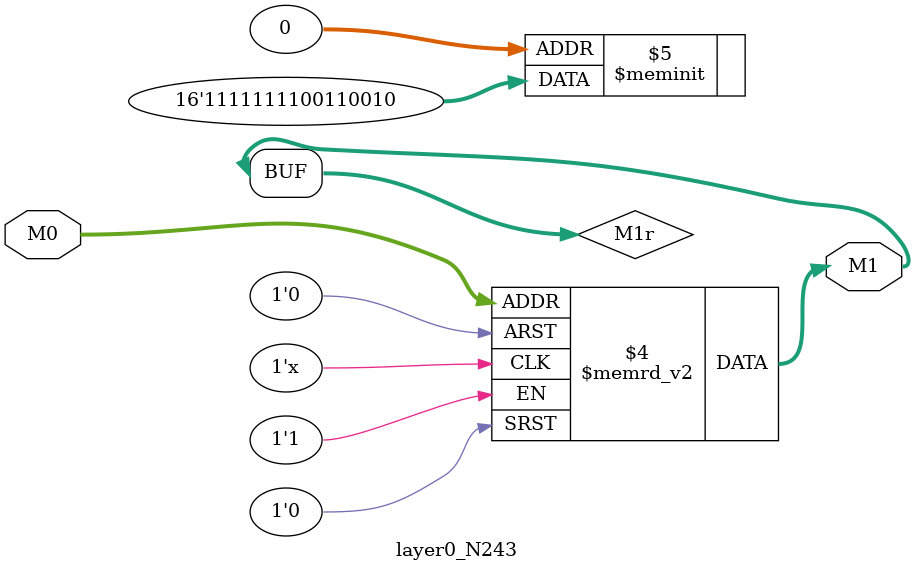
<source format=v>
module layer0_N243 ( input [2:0] M0, output [1:0] M1 );

	(*rom_style = "distributed" *) reg [1:0] M1r;
	assign M1 = M1r;
	always @ (M0) begin
		case (M0)
			3'b000: M1r = 2'b10;
			3'b100: M1r = 2'b11;
			3'b010: M1r = 2'b11;
			3'b110: M1r = 2'b11;
			3'b001: M1r = 2'b00;
			3'b101: M1r = 2'b11;
			3'b011: M1r = 2'b00;
			3'b111: M1r = 2'b11;

		endcase
	end
endmodule

</source>
